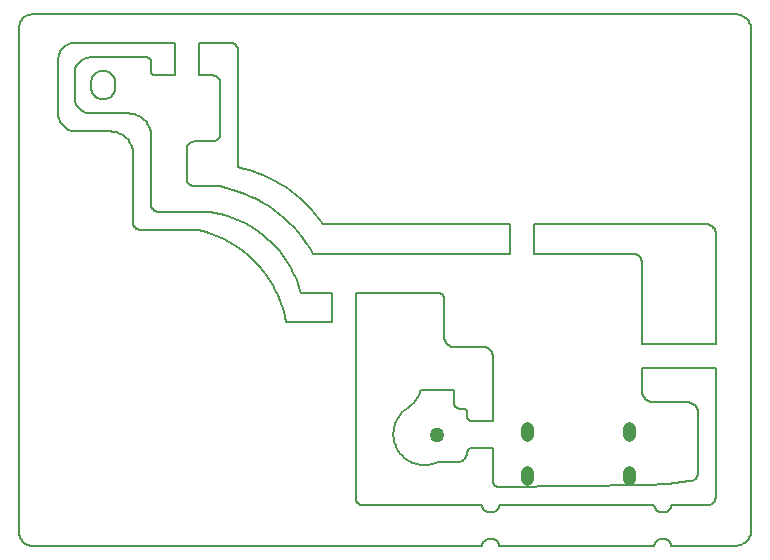
<source format=gbp>
G75*
G70*
%OFA0B0*%
%FSLAX24Y24*%
%IPPOS*%
%LPD*%
%AMOC8*
5,1,8,0,0,1.08239X$1,22.5*
%
%ADD10C,0.0050*%
%ADD11C,0.0004*%
%ADD12C,0.0433*%
%ADD13C,0.0500*%
D10*
X000929Y000534D02*
X015972Y000534D01*
X015972Y000562D01*
X015976Y000590D01*
X015983Y000617D01*
X015994Y000643D01*
X016008Y000667D01*
X016025Y000689D01*
X016045Y000709D01*
X016067Y000726D01*
X016091Y000740D01*
X016117Y000751D01*
X016144Y000758D01*
X016172Y000762D01*
X016322Y000762D01*
X016350Y000758D01*
X016377Y000751D01*
X016403Y000740D01*
X016427Y000726D01*
X016449Y000709D01*
X016469Y000689D01*
X016486Y000667D01*
X016500Y000643D01*
X016511Y000617D01*
X016518Y000590D01*
X016522Y000562D01*
X016522Y000534D01*
X021709Y000534D01*
X021709Y000562D01*
X021713Y000590D01*
X021720Y000617D01*
X021731Y000643D01*
X021745Y000667D01*
X021762Y000689D01*
X021782Y000709D01*
X021804Y000726D01*
X021828Y000740D01*
X021854Y000751D01*
X021881Y000758D01*
X021909Y000762D01*
X022059Y000762D01*
X022088Y000758D01*
X022115Y000751D01*
X022141Y000741D01*
X022166Y000727D01*
X022189Y000710D01*
X022209Y000690D01*
X022227Y000668D01*
X022241Y000643D01*
X022253Y000617D01*
X022260Y000590D01*
X022264Y000562D01*
X022265Y000534D01*
X022264Y000534D02*
X024328Y000534D01*
X024327Y000533D02*
X024374Y000530D01*
X024420Y000531D01*
X024466Y000536D01*
X024512Y000544D01*
X024556Y000557D01*
X024600Y000573D01*
X024642Y000592D01*
X024682Y000615D01*
X024720Y000641D01*
X024756Y000671D01*
X024790Y000703D01*
X024821Y000737D01*
X024848Y000775D01*
X024873Y000814D01*
X024894Y000855D01*
X024912Y000898D01*
X024926Y000942D01*
X024936Y000987D01*
X024943Y001033D01*
X024943Y001034D02*
X024943Y017752D01*
X024943Y017753D02*
X024936Y017798D01*
X024926Y017844D01*
X024911Y017888D01*
X024894Y017930D01*
X024872Y017971D01*
X024848Y018011D01*
X024820Y018048D01*
X024789Y018082D01*
X024756Y018114D01*
X024720Y018143D01*
X024682Y018170D01*
X024641Y018192D01*
X024599Y018212D01*
X024556Y018228D01*
X024511Y018240D01*
X024466Y018248D01*
X024420Y018253D01*
X024374Y018254D01*
X024327Y018251D01*
X024328Y018250D02*
X000929Y018250D01*
X000930Y018250D02*
X000889Y018243D01*
X000849Y018233D01*
X000809Y018219D01*
X000772Y018201D01*
X000736Y018180D01*
X000702Y018156D01*
X000671Y018129D01*
X000642Y018099D01*
X000616Y018066D01*
X000593Y018032D01*
X000574Y017995D01*
X000558Y017956D01*
X000546Y017917D01*
X000537Y017876D01*
X000532Y017835D01*
X000531Y017793D01*
X000534Y017752D01*
X000534Y001034D01*
X000531Y000993D01*
X000532Y000951D01*
X000537Y000910D01*
X000545Y000869D01*
X000558Y000829D01*
X000574Y000791D01*
X000593Y000754D01*
X000616Y000719D01*
X000642Y000686D01*
X000670Y000656D01*
X000702Y000629D01*
X000736Y000604D01*
X000772Y000583D01*
X000809Y000565D01*
X000848Y000551D01*
X000889Y000541D01*
X000930Y000534D01*
X009437Y007981D02*
X009399Y008165D01*
X009352Y008348D01*
X009296Y008528D01*
X009232Y008705D01*
X009159Y008878D01*
X009077Y009048D01*
X008988Y009214D01*
X008890Y009375D01*
X008785Y009532D01*
X008672Y009683D01*
X008552Y009828D01*
X008425Y009967D01*
X008291Y010100D01*
X008151Y010226D01*
X008005Y010345D01*
X007854Y010457D01*
X007697Y010562D01*
X007535Y010659D01*
X007369Y010747D01*
X007199Y010828D01*
X007025Y010900D01*
X006847Y010964D01*
X006667Y011019D01*
X006484Y011065D01*
X004578Y011065D01*
X004548Y011067D01*
X004518Y011072D01*
X004489Y011081D01*
X004462Y011094D01*
X004436Y011109D01*
X004412Y011128D01*
X004391Y011149D01*
X004372Y011173D01*
X004357Y011199D01*
X004344Y011226D01*
X004335Y011255D01*
X004330Y011285D01*
X004328Y011315D01*
X004328Y013595D01*
X004326Y013649D01*
X004320Y013702D01*
X004311Y013754D01*
X004298Y013806D01*
X004281Y013857D01*
X004260Y013907D01*
X004236Y013954D01*
X004209Y014000D01*
X004178Y014044D01*
X004145Y014086D01*
X004108Y014125D01*
X004069Y014162D01*
X004027Y014195D01*
X003983Y014226D01*
X003937Y014253D01*
X003890Y014277D01*
X003840Y014298D01*
X003789Y014315D01*
X003737Y014328D01*
X003685Y014337D01*
X003632Y014343D01*
X003578Y014345D01*
X002387Y014345D01*
X002341Y014350D01*
X002296Y014359D01*
X002251Y014371D01*
X002207Y014386D01*
X002165Y014405D01*
X002124Y014428D01*
X002085Y014453D01*
X002048Y014481D01*
X002014Y014512D01*
X001982Y014546D01*
X001953Y014582D01*
X001927Y014621D01*
X001903Y014661D01*
X001884Y014703D01*
X001867Y014746D01*
X001854Y014791D01*
X001844Y014836D01*
X001838Y014882D01*
X001836Y014928D01*
X001837Y014975D01*
X001837Y016756D01*
X001839Y016801D01*
X001845Y016847D01*
X001854Y016891D01*
X001867Y016935D01*
X001883Y016977D01*
X001903Y017018D01*
X001927Y017057D01*
X001953Y017094D01*
X001982Y017129D01*
X002014Y017161D01*
X002049Y017190D01*
X002086Y017216D01*
X002125Y017240D01*
X002166Y017260D01*
X002208Y017276D01*
X002252Y017289D01*
X002296Y017298D01*
X002342Y017304D01*
X002387Y017306D01*
X005733Y017306D01*
X005733Y016215D01*
X005078Y016215D01*
X005055Y016217D01*
X005032Y016222D01*
X005010Y016231D01*
X004990Y016244D01*
X004972Y016259D01*
X004957Y016277D01*
X004944Y016297D01*
X004935Y016319D01*
X004930Y016342D01*
X004928Y016365D01*
X004928Y016665D01*
X004926Y016688D01*
X004921Y016711D01*
X004912Y016733D01*
X004899Y016753D01*
X004884Y016771D01*
X004866Y016786D01*
X004846Y016799D01*
X004824Y016808D01*
X004801Y016813D01*
X004778Y016815D01*
X002928Y016815D01*
X002883Y016813D01*
X002837Y016807D01*
X002793Y016798D01*
X002749Y016785D01*
X002707Y016769D01*
X002666Y016749D01*
X002627Y016725D01*
X002590Y016699D01*
X002555Y016670D01*
X002523Y016638D01*
X002494Y016603D01*
X002468Y016566D01*
X002444Y016527D01*
X002424Y016486D01*
X002408Y016444D01*
X002395Y016400D01*
X002386Y016356D01*
X002380Y016310D01*
X002378Y016265D01*
X002378Y015495D01*
X002380Y015450D01*
X002386Y015404D01*
X002395Y015360D01*
X002408Y015316D01*
X002424Y015274D01*
X002444Y015233D01*
X002468Y015194D01*
X002494Y015157D01*
X002523Y015122D01*
X002555Y015090D01*
X002590Y015061D01*
X002627Y015035D01*
X002666Y015011D01*
X002707Y014991D01*
X002749Y014975D01*
X002793Y014962D01*
X002837Y014953D01*
X002883Y014947D01*
X002928Y014945D01*
X004178Y014945D01*
X004232Y014943D01*
X004285Y014937D01*
X004337Y014928D01*
X004389Y014915D01*
X004440Y014898D01*
X004490Y014877D01*
X004537Y014853D01*
X004583Y014826D01*
X004627Y014795D01*
X004669Y014762D01*
X004708Y014725D01*
X004745Y014686D01*
X004778Y014644D01*
X004809Y014600D01*
X004836Y014554D01*
X004860Y014507D01*
X004881Y014457D01*
X004898Y014406D01*
X004911Y014354D01*
X004920Y014302D01*
X004926Y014249D01*
X004928Y014195D01*
X004928Y011915D01*
X004930Y011885D01*
X004935Y011855D01*
X004944Y011826D01*
X004957Y011799D01*
X004972Y011773D01*
X004991Y011749D01*
X005012Y011728D01*
X005036Y011709D01*
X005062Y011694D01*
X005089Y011681D01*
X005118Y011672D01*
X005148Y011667D01*
X005178Y011665D01*
X006878Y011665D01*
X007228Y012515D02*
X006378Y012515D01*
X006348Y012517D01*
X006318Y012522D01*
X006289Y012531D01*
X006262Y012544D01*
X006236Y012559D01*
X006212Y012578D01*
X006191Y012599D01*
X006172Y012623D01*
X006157Y012649D01*
X006144Y012676D01*
X006135Y012705D01*
X006130Y012735D01*
X006128Y012765D01*
X006128Y013765D01*
X006130Y013795D01*
X006135Y013825D01*
X006144Y013854D01*
X006157Y013881D01*
X006172Y013907D01*
X006191Y013931D01*
X006212Y013952D01*
X006236Y013971D01*
X006262Y013986D01*
X006289Y013999D01*
X006318Y014008D01*
X006348Y014013D01*
X006378Y014015D01*
X006978Y014015D01*
X007008Y014017D01*
X007038Y014022D01*
X007067Y014031D01*
X007094Y014044D01*
X007120Y014059D01*
X007144Y014078D01*
X007165Y014099D01*
X007184Y014123D01*
X007199Y014149D01*
X007212Y014176D01*
X007221Y014205D01*
X007226Y014235D01*
X007228Y014265D01*
X007228Y015965D01*
X007226Y015995D01*
X007221Y016025D01*
X007212Y016054D01*
X007199Y016081D01*
X007184Y016107D01*
X007165Y016131D01*
X007144Y016152D01*
X007120Y016171D01*
X007094Y016186D01*
X007067Y016199D01*
X007038Y016208D01*
X007008Y016213D01*
X006978Y016215D01*
X006521Y016215D01*
X006521Y017306D01*
X007568Y017306D01*
X007569Y017306D02*
X007599Y017304D01*
X007628Y017299D01*
X007657Y017291D01*
X007684Y017279D01*
X007710Y017263D01*
X007734Y017245D01*
X007755Y017224D01*
X007774Y017201D01*
X007790Y017175D01*
X007802Y017148D01*
X007811Y017119D01*
X007817Y017090D01*
X007819Y017060D01*
X007818Y017060D02*
X007818Y013156D01*
X010657Y011256D02*
X016908Y011256D01*
X016908Y010259D01*
X010328Y010259D01*
X009928Y008965D02*
X010960Y008965D01*
X010960Y007981D01*
X009437Y007981D01*
X011747Y008965D02*
X011747Y002142D01*
X011747Y002141D02*
X011748Y002112D01*
X011752Y002083D01*
X011760Y002054D01*
X011771Y002027D01*
X011786Y002001D01*
X011803Y001977D01*
X011823Y001955D01*
X011846Y001936D01*
X011871Y001920D01*
X011897Y001907D01*
X011925Y001897D01*
X011954Y001891D01*
X011984Y001888D01*
X011983Y001888D02*
X015972Y001888D01*
X015972Y001860D01*
X015976Y001832D01*
X015983Y001805D01*
X015994Y001779D01*
X016008Y001755D01*
X016025Y001733D01*
X016045Y001713D01*
X016067Y001696D01*
X016091Y001682D01*
X016117Y001671D01*
X016144Y001664D01*
X016172Y001660D01*
X016322Y001660D01*
X016350Y001664D01*
X016377Y001671D01*
X016403Y001682D01*
X016427Y001696D01*
X016449Y001713D01*
X016469Y001733D01*
X016486Y001755D01*
X016500Y001779D01*
X016511Y001805D01*
X016518Y001832D01*
X016522Y001860D01*
X016522Y001888D01*
X021709Y001888D01*
X021709Y001860D01*
X021713Y001832D01*
X021720Y001805D01*
X021731Y001779D01*
X021745Y001755D01*
X021762Y001733D01*
X021782Y001713D01*
X021804Y001696D01*
X021828Y001682D01*
X021854Y001671D01*
X021881Y001664D01*
X021909Y001660D01*
X022059Y001660D01*
X022088Y001664D01*
X022115Y001671D01*
X022141Y001681D01*
X022166Y001695D01*
X022189Y001712D01*
X022209Y001732D01*
X022227Y001754D01*
X022241Y001779D01*
X022253Y001805D01*
X022260Y001832D01*
X022264Y001860D01*
X022265Y001888D01*
X022264Y001888D02*
X023464Y001888D01*
X023497Y001890D01*
X023530Y001896D01*
X023562Y001905D01*
X023592Y001918D01*
X023621Y001935D01*
X023648Y001954D01*
X023673Y001976D01*
X023695Y002001D01*
X023714Y002028D01*
X023730Y002058D01*
X023742Y002088D01*
X023751Y002120D01*
X023756Y002153D01*
X023758Y002186D01*
X023758Y006464D01*
X021278Y006464D01*
X021278Y005715D01*
X021282Y005676D01*
X021290Y005637D01*
X021301Y005600D01*
X021315Y005563D01*
X021333Y005528D01*
X021355Y005495D01*
X021379Y005464D01*
X021406Y005435D01*
X021435Y005409D01*
X021467Y005386D01*
X021500Y005365D01*
X021536Y005348D01*
X021573Y005334D01*
X021611Y005324D01*
X021649Y005317D01*
X021689Y005314D01*
X021728Y005315D01*
X022828Y005315D01*
X022827Y005316D02*
X022863Y005311D01*
X022899Y005303D01*
X022933Y005291D01*
X022967Y005276D01*
X022998Y005258D01*
X023028Y005237D01*
X023055Y005213D01*
X023080Y005186D01*
X023102Y005157D01*
X023121Y005126D01*
X023137Y005094D01*
X023150Y005059D01*
X023160Y005024D01*
X023166Y004988D01*
X023168Y004952D01*
X023167Y004916D01*
X023167Y004915D02*
X023167Y002977D01*
X023165Y002944D01*
X023160Y002912D01*
X023151Y002880D01*
X023138Y002849D01*
X023122Y002821D01*
X023103Y002794D01*
X023081Y002769D01*
X023056Y002747D01*
X023029Y002728D01*
X023001Y002712D01*
X022970Y002699D01*
X022938Y002690D01*
X022906Y002685D01*
X022873Y002683D01*
X021424Y002565D02*
X016564Y002479D01*
X016534Y002481D01*
X016504Y002486D01*
X016475Y002495D01*
X016448Y002508D01*
X016422Y002523D01*
X016398Y002542D01*
X016377Y002563D01*
X016358Y002587D01*
X016343Y002613D01*
X016330Y002640D01*
X016321Y002669D01*
X016316Y002699D01*
X016314Y002729D01*
X016314Y003798D01*
X015645Y003798D01*
X015622Y003799D01*
X015599Y003796D01*
X015576Y003790D01*
X015555Y003780D01*
X015535Y003768D01*
X015517Y003753D01*
X015502Y003736D01*
X015489Y003716D01*
X015479Y003695D01*
X015472Y003673D01*
X015469Y003650D01*
X015468Y003649D02*
X015467Y003616D01*
X015462Y003583D01*
X015453Y003551D01*
X015442Y003520D01*
X015427Y003490D01*
X015409Y003462D01*
X015388Y003436D01*
X015365Y003412D01*
X015340Y003391D01*
X015312Y003372D01*
X015282Y003357D01*
X015251Y003345D01*
X015219Y003336D01*
X015186Y003330D01*
X015153Y003328D01*
X014493Y003328D01*
X014436Y003302D01*
X014377Y003280D01*
X014317Y003262D01*
X014255Y003248D01*
X014193Y003237D01*
X014131Y003230D01*
X014068Y003226D01*
X014005Y003227D01*
X013942Y003231D01*
X013880Y003239D01*
X013818Y003251D01*
X013757Y003267D01*
X013697Y003286D01*
X013639Y003309D01*
X013582Y003335D01*
X013526Y003365D01*
X013473Y003398D01*
X013421Y003434D01*
X013372Y003473D01*
X013326Y003515D01*
X013281Y003560D01*
X013240Y003608D01*
X013202Y003658D01*
X013167Y003710D01*
X013135Y003764D01*
X013106Y003820D01*
X013081Y003878D01*
X013059Y003937D01*
X013041Y003997D01*
X013027Y004058D01*
X013016Y004120D01*
X013009Y004183D01*
X013006Y004246D01*
X013007Y004308D01*
X013011Y004371D01*
X013020Y004434D01*
X013032Y004495D01*
X013048Y004556D01*
X013067Y004616D01*
X013090Y004675D01*
X013117Y004732D01*
X013147Y004787D01*
X013180Y004840D01*
X013216Y004892D01*
X013256Y004941D01*
X013298Y004987D01*
X013343Y005031D01*
X013391Y005072D01*
X013441Y005110D01*
X013928Y005738D02*
X015028Y005738D01*
X015028Y005288D01*
X015029Y005288D02*
X015028Y005264D01*
X015031Y005241D01*
X015038Y005219D01*
X015047Y005197D01*
X015059Y005177D01*
X015075Y005160D01*
X015092Y005144D01*
X015112Y005131D01*
X015133Y005121D01*
X015155Y005114D01*
X015178Y005111D01*
X015178Y005110D02*
X015318Y005110D01*
X015341Y005106D01*
X015363Y005100D01*
X015384Y005091D01*
X015403Y005078D01*
X015421Y005063D01*
X015436Y005046D01*
X015448Y005027D01*
X015458Y005006D01*
X015464Y004984D01*
X015468Y004961D01*
X015468Y004938D01*
X015468Y004876D01*
X015469Y004876D02*
X015468Y004853D01*
X015471Y004830D01*
X015477Y004808D01*
X015486Y004787D01*
X015498Y004767D01*
X015512Y004749D01*
X015529Y004733D01*
X015548Y004720D01*
X015569Y004710D01*
X015591Y004703D01*
X015614Y004699D01*
X015613Y004698D02*
X016314Y004698D01*
X016314Y006881D01*
X016314Y006880D02*
X016310Y006913D01*
X016303Y006944D01*
X016293Y006975D01*
X016279Y007005D01*
X016262Y007032D01*
X016242Y007058D01*
X016219Y007081D01*
X016193Y007101D01*
X016166Y007119D01*
X016137Y007133D01*
X016106Y007144D01*
X016074Y007152D01*
X016042Y007155D01*
X016010Y007156D01*
X016009Y007156D02*
X015014Y007156D01*
X014979Y007160D01*
X014944Y007169D01*
X014910Y007180D01*
X014878Y007195D01*
X014847Y007214D01*
X014819Y007236D01*
X014793Y007260D01*
X014770Y007287D01*
X014749Y007316D01*
X014732Y007348D01*
X014718Y007381D01*
X014708Y007415D01*
X014701Y007450D01*
X014698Y007485D01*
X014699Y007521D01*
X014699Y008765D01*
X014700Y008765D02*
X014697Y008792D01*
X014690Y008819D01*
X014680Y008845D01*
X014666Y008869D01*
X014650Y008891D01*
X014630Y008911D01*
X014609Y008928D01*
X014585Y008942D01*
X014560Y008953D01*
X014533Y008960D01*
X014506Y008964D01*
X014478Y008965D01*
X011747Y008965D01*
X013928Y005738D02*
X013910Y005678D01*
X013888Y005619D01*
X013862Y005562D01*
X013833Y005506D01*
X013801Y005453D01*
X013765Y005401D01*
X013727Y005351D01*
X013686Y005304D01*
X013641Y005259D01*
X013595Y005218D01*
X013545Y005179D01*
X013494Y005143D01*
X013440Y005110D01*
X010657Y011256D02*
X010530Y011434D01*
X010394Y011605D01*
X010250Y011770D01*
X010099Y011928D01*
X009940Y012078D01*
X009774Y012221D01*
X009601Y012356D01*
X009422Y012482D01*
X009238Y012599D01*
X009047Y012707D01*
X008852Y012806D01*
X008653Y012896D01*
X008449Y012976D01*
X008242Y013046D01*
X008031Y013106D01*
X007818Y013156D01*
X003728Y015815D02*
X003728Y015965D01*
X003726Y016004D01*
X003720Y016043D01*
X003711Y016081D01*
X003698Y016118D01*
X003681Y016154D01*
X003661Y016187D01*
X003637Y016219D01*
X003611Y016248D01*
X003582Y016274D01*
X003550Y016298D01*
X003517Y016318D01*
X003481Y016335D01*
X003444Y016348D01*
X003406Y016357D01*
X003367Y016363D01*
X003328Y016365D01*
X003289Y016363D01*
X003250Y016357D01*
X003212Y016348D01*
X003175Y016335D01*
X003139Y016318D01*
X003106Y016298D01*
X003074Y016274D01*
X003045Y016248D01*
X003019Y016219D01*
X002995Y016187D01*
X002975Y016154D01*
X002958Y016118D01*
X002945Y016081D01*
X002936Y016043D01*
X002930Y016004D01*
X002928Y015965D01*
X002928Y015815D01*
X002930Y015776D01*
X002936Y015737D01*
X002945Y015699D01*
X002958Y015662D01*
X002975Y015626D01*
X002995Y015593D01*
X003019Y015561D01*
X003045Y015532D01*
X003074Y015506D01*
X003106Y015482D01*
X003139Y015462D01*
X003175Y015445D01*
X003212Y015432D01*
X003250Y015423D01*
X003289Y015417D01*
X003328Y015415D01*
X003367Y015417D01*
X003406Y015423D01*
X003444Y015432D01*
X003481Y015445D01*
X003517Y015462D01*
X003550Y015482D01*
X003582Y015506D01*
X003611Y015532D01*
X003637Y015561D01*
X003661Y015593D01*
X003681Y015626D01*
X003698Y015662D01*
X003711Y015699D01*
X003720Y015737D01*
X003726Y015776D01*
X003728Y015815D01*
X007228Y012515D02*
X007443Y012468D01*
X007655Y012410D01*
X007864Y012342D01*
X008070Y012264D01*
X008271Y012176D01*
X008469Y012079D01*
X008661Y011972D01*
X008847Y011856D01*
X009028Y011730D01*
X009203Y011597D01*
X009371Y011455D01*
X009532Y011305D01*
X009685Y011147D01*
X009831Y010983D01*
X009968Y010811D01*
X010097Y010633D01*
X010217Y010449D01*
X010328Y010259D01*
X009928Y008965D02*
X009877Y009137D01*
X009818Y009307D01*
X009751Y009474D01*
X009675Y009637D01*
X009592Y009797D01*
X009501Y009952D01*
X009403Y010102D01*
X009298Y010248D01*
X009185Y010388D01*
X009066Y010523D01*
X008941Y010652D01*
X008809Y010774D01*
X008671Y010890D01*
X008528Y010999D01*
X008380Y011101D01*
X008227Y011195D01*
X008070Y011282D01*
X007909Y011362D01*
X007744Y011433D01*
X007576Y011496D01*
X007404Y011551D01*
X007231Y011598D01*
X007055Y011636D01*
X006878Y011665D01*
X017695Y011256D02*
X017695Y010259D01*
X021028Y010259D01*
X021058Y010258D01*
X021087Y010253D01*
X021116Y010244D01*
X021143Y010232D01*
X021169Y010217D01*
X021192Y010199D01*
X021214Y010178D01*
X021232Y010155D01*
X021248Y010130D01*
X021261Y010103D01*
X021270Y010074D01*
X021276Y010045D01*
X021278Y010015D01*
X021278Y007252D01*
X023758Y007252D01*
X023758Y010915D01*
X023757Y010916D02*
X023756Y010951D01*
X023751Y010985D01*
X023742Y011019D01*
X023730Y011052D01*
X023715Y011084D01*
X023696Y011114D01*
X023674Y011141D01*
X023650Y011166D01*
X023623Y011189D01*
X023594Y011208D01*
X023563Y011225D01*
X023531Y011238D01*
X023497Y011248D01*
X023462Y011254D01*
X023427Y011256D01*
X023428Y011256D02*
X017695Y011256D01*
X021424Y002565D02*
X022150Y002608D01*
X022873Y002683D01*
D11*
X020956Y002742D02*
X020956Y002986D01*
X020955Y002986D02*
X020953Y003006D01*
X020948Y003025D01*
X020939Y003043D01*
X020927Y003059D01*
X020912Y003072D01*
X020895Y003083D01*
X020877Y003090D01*
X020857Y003094D01*
X020837Y003094D01*
X020817Y003090D01*
X020799Y003083D01*
X020782Y003072D01*
X020767Y003059D01*
X020755Y003043D01*
X020746Y003025D01*
X020741Y003006D01*
X020739Y002986D01*
X020739Y002742D01*
X020741Y002722D01*
X020746Y002703D01*
X020755Y002685D01*
X020767Y002669D01*
X020782Y002656D01*
X020799Y002645D01*
X020817Y002638D01*
X020837Y002634D01*
X020857Y002634D01*
X020877Y002638D01*
X020895Y002645D01*
X020912Y002656D01*
X020927Y002669D01*
X020939Y002685D01*
X020948Y002703D01*
X020953Y002722D01*
X020955Y002742D01*
X020956Y004238D02*
X020956Y004483D01*
X020955Y004483D02*
X020953Y004503D01*
X020948Y004522D01*
X020939Y004540D01*
X020927Y004556D01*
X020912Y004569D01*
X020895Y004580D01*
X020877Y004587D01*
X020857Y004591D01*
X020837Y004591D01*
X020817Y004587D01*
X020799Y004580D01*
X020782Y004569D01*
X020767Y004556D01*
X020755Y004540D01*
X020746Y004522D01*
X020741Y004503D01*
X020739Y004483D01*
X020739Y004238D01*
X020741Y004218D01*
X020746Y004199D01*
X020755Y004181D01*
X020767Y004165D01*
X020782Y004152D01*
X020799Y004141D01*
X020817Y004134D01*
X020837Y004130D01*
X020857Y004130D01*
X020877Y004134D01*
X020895Y004141D01*
X020912Y004152D01*
X020927Y004165D01*
X020939Y004181D01*
X020948Y004199D01*
X020953Y004218D01*
X020955Y004238D01*
X017554Y004238D02*
X017554Y004483D01*
X017552Y004503D01*
X017547Y004522D01*
X017538Y004540D01*
X017526Y004556D01*
X017511Y004569D01*
X017494Y004580D01*
X017476Y004587D01*
X017456Y004591D01*
X017436Y004591D01*
X017416Y004587D01*
X017398Y004580D01*
X017381Y004569D01*
X017366Y004556D01*
X017354Y004540D01*
X017345Y004522D01*
X017340Y004503D01*
X017338Y004483D01*
X017338Y004238D01*
X017340Y004218D01*
X017345Y004199D01*
X017354Y004181D01*
X017366Y004165D01*
X017381Y004152D01*
X017398Y004141D01*
X017416Y004134D01*
X017436Y004130D01*
X017456Y004130D01*
X017476Y004134D01*
X017494Y004141D01*
X017511Y004152D01*
X017526Y004165D01*
X017538Y004181D01*
X017547Y004199D01*
X017552Y004218D01*
X017554Y004238D01*
X017554Y002986D02*
X017554Y002742D01*
X017552Y002722D01*
X017547Y002703D01*
X017538Y002685D01*
X017526Y002669D01*
X017511Y002656D01*
X017494Y002645D01*
X017476Y002638D01*
X017456Y002634D01*
X017436Y002634D01*
X017416Y002638D01*
X017398Y002645D01*
X017381Y002656D01*
X017366Y002669D01*
X017354Y002685D01*
X017345Y002703D01*
X017340Y002722D01*
X017338Y002742D01*
X017338Y002986D01*
X017340Y003006D01*
X017345Y003025D01*
X017354Y003043D01*
X017366Y003059D01*
X017381Y003072D01*
X017398Y003083D01*
X017416Y003090D01*
X017436Y003094D01*
X017456Y003094D01*
X017476Y003090D01*
X017494Y003083D01*
X017511Y003072D01*
X017526Y003059D01*
X017538Y003043D01*
X017547Y003025D01*
X017552Y003006D01*
X017554Y002986D01*
D12*
X017446Y002744D02*
X017446Y002744D01*
X017446Y002980D01*
X017446Y002980D01*
X017446Y002744D01*
X017446Y004241D02*
X017446Y004241D01*
X017446Y004477D01*
X017446Y004477D01*
X017446Y004241D01*
X020847Y004241D02*
X020847Y004241D01*
X020847Y004477D01*
X020847Y004477D01*
X020847Y004241D01*
X020847Y002744D02*
X020847Y002744D01*
X020847Y002980D01*
X020847Y002980D01*
X020847Y002744D01*
D13*
X014468Y004240D03*
M02*

</source>
